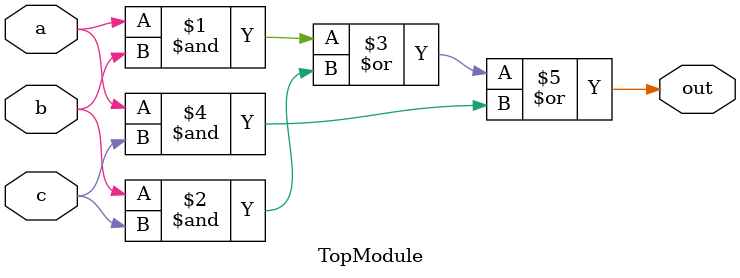
<source format=sv>
module TopModule (
    input logic a,
    input logic b,
    input logic c,
    output logic out
);

    assign out = (a & b) | (b & c) | (a & c);

endmodule
</source>
